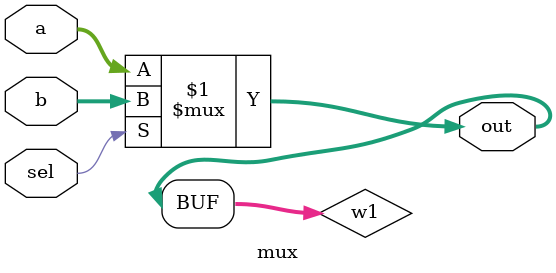
<source format=v>
module mux( 
input [4:0] a, b,
input sel,
output [4:0] out );
// When sel=0, assign a to out. 
// When sel=1, assign b to out. 
// Write code for wire name: sel. 
wire [4:0] w1;
assign w1 = sel ? b : a;
assign out = w1;
endmodule

</source>
